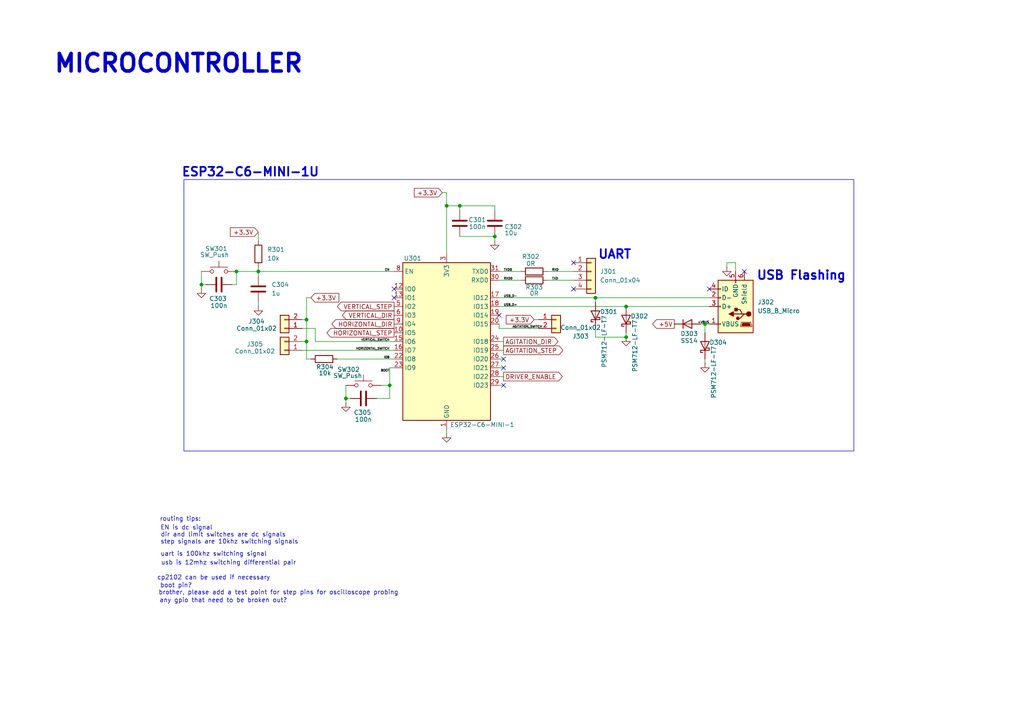
<source format=kicad_sch>
(kicad_sch (version 20250114) (generator "eeschema") (generator_version "9.0")
  (paper "A4")
  (lib_symbols
    (symbol "Connector:USB_B_Micro" (pin_names (offset 1.016))
      (property "Reference" "J" (at -5.08 11.43 0))
      (property "Value" "USB_B_Micro" (at -5.08 8.89 0))
      (symbol "USB_B_Micro_0_1"
        (rectangle (start -5.08 -7.62) (end 5.08 7.62) (stroke (width 0.254)) (fill (type background)))
        (polyline (pts (xy -4.699 5.842) (xy -4.699 5.588) (xy -4.445 4.826) (xy -4.445 4.572) (xy -1.651 4.572) (xy -1.651 4.826) (xy -1.397 5.588) (xy -1.397 5.842) (xy -4.699 5.842)))
        (polyline (pts (xy -4.318 5.588) (xy -1.778 5.588) (xy -2.032 4.826) (xy -4.064 4.826) (xy -4.318 5.588)) (fill (type outline)))
        (circle (center -3.81 2.159) (radius 0.635) (stroke (width 0.254)) (fill (type outline)))
        (polyline (pts (xy -3.175 2.159) (xy -2.54 2.159) (xy -1.27 3.429) (xy -0.635 3.429)) (stroke (width 0.254)))
        (polyline (pts (xy -2.54 2.159) (xy -1.905 2.159) (xy -1.27 0.889) (xy 0 0.889)) (stroke (width 0.254)))
        (polyline (pts (xy -1.905 2.159) (xy 0.635 2.159)) (stroke (width 0.254)))
        (circle (center -0.635 3.429) (radius 0.381) (stroke (width 0.254)) (fill (type outline)))
        (rectangle (start -0.127 -7.62) (end 0.127 -6.858))
        (rectangle (start 0.254 1.27) (end -0.508 0.508) (stroke (width 0.254)) (fill (type outline)))
        (polyline (pts (xy 0.635 2.794) (xy 0.635 1.524) (xy 1.905 2.159) (xy 0.635 2.794)) (stroke (width 0.254)) (fill (type outline)))
        (rectangle (start 5.08 4.953) (end 4.318 5.207))
        (rectangle (start 5.08 -0.127) (end 4.318 0.127))
        (rectangle (start 5.08 -2.667) (end 4.318 -2.413))
        (rectangle (start 5.08 -5.207) (end 4.318 -4.953))
      )
      (symbol "USB_B_Micro_1_1"
        (pin passive line (at -2.54 -10.16 90) (length 2.54) (name "Shield") (number "6"))
        (pin power_out line (at 0 -10.16 90) (length 2.54) (name "GND") (number "5"))
        (pin power_out line (at 7.62 5.08 180) (length 2.54) (name "VBUS") (number "1"))
        (pin bidirectional line (at 7.62 0 180) (length 2.54) (name "D+") (number "3"))
        (pin bidirectional line (at 7.62 -2.54 180) (length 2.54) (name "D-") (number "2"))
        (pin passive line (at 7.62 -5.08 180) (length 2.54) (name "ID") (number "4"))
      )
    )
    (symbol "Connector_Generic:Conn_01x02" (pin_names (offset 1.016) (hide yes))
      (property "Reference" "J" (at 0 2.54 0))
      (property "Value" "Conn_01x02" (at 0 -5.08 0))
      (symbol "Conn_01x02_1_1"
        (rectangle (start -1.27 1.27) (end 1.27 -3.81) (stroke (width 0.254)) (fill (type background)))
        (rectangle (start -1.27 0.127) (end 0 -0.127) (stroke (width 0.1524)))
        (rectangle (start -1.27 -2.413) (end 0 -2.667) (stroke (width 0.1524)))
        (pin passive line (at -5.08 0 0) (length 3.81) (name "Pin_1") (number "1"))
        (pin passive line (at -5.08 -2.54 0) (length 3.81) (name "Pin_2") (number "2"))
      )
    )
    (symbol "Connector_Generic:Conn_01x04" (pin_names (offset 1.016) (hide yes))
      (property "Reference" "J" (at 0 5.08 0))
      (property "Value" "Conn_01x04" (at 0 -7.62 0))
      (symbol "Conn_01x04_1_1"
        (rectangle (start -1.27 3.81) (end 1.27 -6.35) (stroke (width 0.254)) (fill (type background)))
        (rectangle (start -1.27 2.667) (end 0 2.413) (stroke (width 0.1524)))
        (rectangle (start -1.27 0.127) (end 0 -0.127) (stroke (width 0.1524)))
        (rectangle (start -1.27 -2.413) (end 0 -2.667) (stroke (width 0.1524)))
        (rectangle (start -1.27 -4.953) (end 0 -5.207) (stroke (width 0.1524)))
        (pin passive line (at -5.08 2.54 0) (length 3.81) (name "Pin_1") (number "1"))
        (pin passive line (at -5.08 0 0) (length 3.81) (name "Pin_2") (number "2"))
        (pin passive line (at -5.08 -2.54 0) (length 3.81) (name "Pin_3") (number "3"))
        (pin passive line (at -5.08 -5.08 0) (length 3.81) (name "Pin_4") (number "4"))
      )
    )
    (symbol "Device:C" (pin_numbers (hide yes)) (pin_names (offset 0.254))
      (property "Reference" "C" (at 0.635 2.54 0))
      (property "Value" "C" (at 0.635 -2.54 0))
      (symbol "C_0_1"
        (polyline (pts (xy -2.032 0.762) (xy 2.032 0.762)) (stroke (width 0.508)))
        (polyline (pts (xy -2.032 -0.762) (xy 2.032 -0.762)) (stroke (width 0.508)))
      )
      (symbol "C_1_1"
        (pin passive line (at 0 3.81 270) (length 2.794) (name "~") (number "1"))
        (pin passive line (at 0 -3.81 90) (length 2.794) (name "~") (number "2"))
      )
    )
    (symbol "Device:D" (pin_numbers (hide yes)) (pin_names (offset 1.016) (hide yes))
      (property "Reference" "D" (at 0 2.54 0))
      (property "Value" "D" (at 0 -2.54 0))
      (symbol "D_0_1"
        (polyline (pts (xy -1.27 1.27) (xy -1.27 -1.27)) (stroke (width 0.254)))
        (polyline (pts (xy 1.27 1.27) (xy 1.27 -1.27) (xy -1.27 0) (xy 1.27 1.27)) (stroke (width 0.254)))
        (polyline (pts (xy 1.27 0) (xy -1.27 0)))
      )
      (symbol "D_1_1"
        (pin passive line (at -3.81 0 0) (length 2.54) (name "K") (number "1"))
        (pin passive line (at 3.81 0 180) (length 2.54) (name "A") (number "2"))
      )
    )
    (symbol "Device:D_Schottky" (pin_numbers (hide yes)) (pin_names (offset 1.016) (hide yes))
      (property "Reference" "D" (at 0 2.54 0))
      (property "Value" "D_Schottky" (at 0 -2.54 0))
      (symbol "D_Schottky_0_1"
        (polyline (pts (xy -1.905 0.635) (xy -1.905 1.27) (xy -1.27 1.27) (xy -1.27 -1.27) (xy -0.635 -1.27) (xy -0.635 -0.635)) (stroke (width 0.254)))
        (polyline (pts (xy 1.27 1.27) (xy 1.27 -1.27) (xy -1.27 0) (xy 1.27 1.27)) (stroke (width 0.254)))
        (polyline (pts (xy 1.27 0) (xy -1.27 0)))
      )
      (symbol "D_Schottky_1_1"
        (pin passive line (at -3.81 0 0) (length 2.54) (name "K") (number "1"))
        (pin passive line (at 3.81 0 180) (length 2.54) (name "A") (number "2"))
      )
    )
    (symbol "Device:R" (pin_numbers (hide yes)) (pin_names (offset 0))
      (property "Reference" "R" (at 2.032 0 90))
      (property "Value" "R" (at 0 0 90))
      (symbol "R_0_1"
        (rectangle (start -1.016 -2.54) (end 1.016 2.54) (stroke (width 0.254)))
      )
      (symbol "R_1_1"
        (pin passive line (at 0 3.81 270) (length 1.27) (name "~") (number "1"))
        (pin passive line (at 0 -3.81 90) (length 1.27) (name "~") (number "2"))
      )
    )
    (symbol "RF_Module:ESP32-C6-MINI-1"
      (property "Reference" "U" (at -11.43 24.13 0))
      (property "Value" "ESP32-C6-MINI-1" (at 12.7 24.13 0))
      (symbol "ESP32-C6-MINI-1_0_1"
        (rectangle (start -12.7 22.86) (end 12.7 -22.86) (stroke (width 0.254)) (fill (type background)))
      )
      (symbol "ESP32-C6-MINI-1_1_1"
        (pin input line (at -15.24 20.32 0) (length 2.54) (name "EN") (number "8"))
        (pin bidirectional line (at -15.24 15.24 0) (length 2.54) (name "IO0") (number "12"))
        (pin bidirectional line (at -15.24 12.7 0) (length 2.54) (name "IO1") (number "13"))
        (pin bidirectional line (at -15.24 10.16 0) (length 2.54) (name "IO2") (number "5"))
        (pin bidirectional line (at -15.24 7.62 0) (length 2.54) (name "IO3") (number "6"))
        (pin bidirectional line (at -15.24 5.08 0) (length 2.54) (name "IO4") (number "9"))
        (pin bidirectional line (at -15.24 2.54 0) (length 2.54) (name "IO5") (number "10"))
        (pin bidirectional line (at -15.24 0 0) (length 2.54) (name "IO6") (number "15"))
        (pin bidirectional line (at -15.24 -2.54 0) (length 2.54) (name "IO7") (number "16"))
        (pin bidirectional line (at -15.24 -5.08 0) (length 2.54) (name "IO8") (number "22"))
        (pin bidirectional line (at -15.24 -7.62 0) (length 2.54) (name "IO9") (number "23"))
        (pin no_connect line (at -12.7 -12.7 0) (length 2.54) (hide yes) (name "NC") (number "32"))
        (pin no_connect line (at -12.7 -15.24 0) (length 2.54) (hide yes) (name "NC") (number "33"))
        (pin no_connect line (at -12.7 -17.78 0) (length 2.54) (hide yes) (name "NC") (number "34"))
        (pin no_connect line (at -12.7 -20.32 0) (length 2.54) (hide yes) (name "NC") (number "35"))
        (pin power_in line (at 0 25.4 270) (length 2.54) (name "3V3") (number "3"))
        (pin power_in line (at 0 -25.4 90) (length 2.54) (name "GND") (number "1"))
        (pin passive line (at 0 -25.4 90) (length 2.54) (hide yes) (name "GND") (number "11"))
        (pin passive line (at 0 -25.4 90) (length 2.54) (hide yes) (name "GND") (number "14"))
        (pin passive line (at 0 -25.4 90) (length 2.54) (hide yes) (name "GND") (number "2"))
        (pin passive line (at 0 -25.4 90) (length 2.54) (hide yes) (name "GND") (number "36"))
        (pin passive line (at 0 -25.4 90) (length 2.54) (hide yes) (name "GND") (number "37"))
        (pin passive line (at 0 -25.4 90) (length 2.54) (hide yes) (name "GND") (number "38"))
        (pin passive line (at 0 -25.4 90) (length 2.54) (hide yes) (name "GND") (number "39"))
        (pin passive line (at 0 -25.4 90) (length 2.54) (hide yes) (name "GND") (number "40"))
        (pin passive line (at 0 -25.4 90) (length 2.54) (hide yes) (name "GND") (number "41"))
        (pin passive line (at 0 -25.4 90) (length 2.54) (hide yes) (name "GND") (number "42"))
        (pin passive line (at 0 -25.4 90) (length 2.54) (hide yes) (name "GND") (number "43"))
        (pin passive line (at 0 -25.4 90) (length 2.54) (hide yes) (name "GND") (number "44"))
        (pin passive line (at 0 -25.4 90) (length 2.54) (hide yes) (name "GND") (number "45"))
        (pin passive line (at 0 -25.4 90) (length 2.54) (hide yes) (name "GND") (number "46"))
        (pin passive line (at 0 -25.4 90) (length 2.54) (hide yes) (name "GND") (number "47"))
        (pin passive line (at 0 -25.4 90) (length 2.54) (hide yes) (name "GND") (number "48"))
        (pin passive line (at 0 -25.4 90) (length 2.54) (hide yes) (name "GND") (number "49"))
        (pin passive line (at 0 -25.4 90) (length 2.54) (hide yes) (name "GND") (number "50"))
        (pin passive line (at 0 -25.4 90) (length 2.54) (hide yes) (name "GND") (number "51"))
        (pin passive line (at 0 -25.4 90) (length 2.54) (hide yes) (name "GND") (number "52"))
        (pin passive line (at 0 -25.4 90) (length 2.54) (hide yes) (name "GND") (number "53"))
        (pin no_connect line (at 12.7 -15.24 180) (length 2.54) (hide yes) (name "NC") (number "4"))
        (pin no_connect line (at 12.7 -17.78 180) (length 2.54) (hide yes) (name "NC") (number "7"))
        (pin no_connect line (at 12.7 -20.32 180) (length 2.54) (hide yes) (name "NC") (number "21"))
        (pin bidirectional line (at 15.24 20.32 180) (length 2.54) (name "TXD0") (number "31"))
        (pin bidirectional line (at 15.24 17.78 180) (length 2.54) (name "RXD0") (number "30"))
        (pin bidirectional line (at 15.24 12.7 180) (length 2.54) (name "IO12") (number "17"))
        (pin bidirectional line (at 15.24 10.16 180) (length 2.54) (name "IO13") (number "18"))
        (pin bidirectional line (at 15.24 7.62 180) (length 2.54) (name "IO14") (number "19"))
        (pin bidirectional line (at 15.24 5.08 180) (length 2.54) (name "IO15") (number "20"))
        (pin bidirectional line (at 15.24 0 180) (length 2.54) (name "IO18") (number "24"))
        (pin bidirectional line (at 15.24 -2.54 180) (length 2.54) (name "IO19") (number "25"))
        (pin bidirectional line (at 15.24 -5.08 180) (length 2.54) (name "IO20") (number "26"))
        (pin bidirectional line (at 15.24 -7.62 180) (length 2.54) (name "IO21") (number "27"))
        (pin bidirectional line (at 15.24 -10.16 180) (length 2.54) (name "IO22") (number "28"))
        (pin bidirectional line (at 15.24 -12.7 180) (length 2.54) (name "IO23") (number "29"))
      )
    )
    (symbol "Switch:SW_Push" (pin_numbers (hide yes)) (pin_names (offset 1.016) (hide yes))
      (property "Reference" "SW" (at 1.27 2.54 0))
      (property "Value" "SW_Push" (at 0 -1.524 0))
      (symbol "SW_Push_0_1"
        (circle (center -2.032 0) (radius 0.508))
        (polyline (pts (xy 0 1.27) (xy 0 3.048)))
        (circle (center 2.032 0) (radius 0.508))
        (polyline (pts (xy 2.54 1.27) (xy -2.54 1.27)))
        (pin passive line (at -5.08 0 0) (length 2.54) (name "1") (number "1"))
        (pin passive line (at 5.08 0 180) (length 2.54) (name "2") (number "2"))
      )
    )
    (symbol "power:GND" (power) (pin_numbers (hide yes)) (pin_names (offset 0) (hide yes))
      (property "Value" "GND" (at 0 -3.81 0))
      (symbol "GND_0_1"
        (polyline (pts (xy 0 0) (xy 0 -1.27) (xy 1.27 -1.27) (xy 0 -2.54) (xy -1.27 -1.27) (xy 0 -1.27)))
      )
      (symbol "GND_1_1"
        (pin power_in line (at 0 0 270) (length 0) (name "~") (number "1"))
      )
    )
  )
  (rectangle (start 53.34 52.07) (end 247.65 130.81))
  (text "MICROCONTROLLER" (at 51.816 18.542 0) (effects (font (size 5.08 5.08) (thickness 1.016) (bold yes))))
  (text "any gpio that need to be broken out?" (at 64.77 174.244 0) (effects (font (size 1.27 1.27))))
  (text "UART" (at 178.308 73.914 0) (effects (font (size 2.54 2.54) (thickness 0.508) (bold yes))))
  (text "dir and limit switches are dc signals" (at 64.77 155.194 0) (effects (font (size 1.27 1.27))))
  (text "cp2102 can be used if necessary" (at 61.976 167.64 0) (effects (font (size 1.27 1.27))))
  (text "USB Flashing" (at 232.41 80.01 0) (effects (font (size 2.54 2.54) (thickness 0.508) (bold yes))))
  (text "routing tips:" (at 52.324 150.622 0) (effects (font (size 1.27 1.27))))
  (text "ESP32-C6-MINI-1U" (at 72.644 50.038 0) (effects (font (size 2.54 2.54) (thickness 0.508) (bold yes))))
  (text "EN is dc signal" (at 54.102 153.162 0) (effects (font (size 1.27 1.27))))
  (text "step signals are 10khz switching signals" (at 66.548 157.226 0) (effects (font (size 1.27 1.27))))
  (text "boot pin?" (at 51.054 169.926 0) (effects (font (size 1.27 1.27))))
  (text "brother, please add a test point for step pins for oscilloscope probing" (at 80.772 171.958 0) (effects (font (size 1.27 1.27))))
  (text "usb is 12mhz switching differential pair" (at 66.294 163.322 0) (effects (font (size 1.27 1.27))))
  (text "uart is 100khz switching signal" (at 61.976 160.782 0) (effects (font (size 1.27 1.27))))
  (junction (at 58.42 82.55))
  (junction (at 172.72 86.36))
  (junction (at 204.47 93.98))
  (junction (at 133.35 59.69))
  (junction (at 88.9 99.06))
  (junction (at 181.61 97.79))
  (junction (at 88.9 92.71))
  (junction (at 129.54 59.69))
  (junction (at 143.51 68.58))
  (junction (at 181.61 88.9))
  (junction (at 113.03 111.76))
  (junction (at 68.58 78.74))
  (junction (at 74.93 78.74))
  (junction (at 100.33 115.57))
  (no_connect (at 146.05 106.68))
  (no_connect (at 166.37 76.2))
  (no_connect (at 114.3 83.82))
  (no_connect (at 215.9 78.74))
  (no_connect (at 144.78 91.44))
  (no_connect (at 146.05 104.14))
  (no_connect (at 146.05 111.76))
  (no_connect (at 205.74 83.82))
  (no_connect (at 166.37 83.82))
  (no_connect (at 114.3 86.36))
  (wire (pts (xy 67.31 82.55) (xy 68.58 82.55)))
  (wire (pts (xy 210.82 76.2) (xy 210.82 77.47)))
  (wire (pts (xy 87.63 99.06) (xy 88.9 99.06)))
  (wire (pts (xy 88.9 86.36) (xy 88.9 92.71)))
  (wire (pts (xy 113.03 111.76) (xy 113.03 115.57)))
  (wire (pts (xy 74.93 78.74) (xy 114.3 78.74)))
  (wire (pts (xy 158.75 81.28) (xy 166.37 81.28)))
  (wire (pts (xy 97.79 104.14) (xy 114.3 104.14)))
  (wire (pts (xy 88.9 104.14) (xy 88.9 99.06)))
  (wire (pts (xy 91.44 99.06) (xy 91.44 95.25)))
  (wire (pts (xy 129.54 55.88) (xy 129.54 59.69)))
  (wire (pts (xy 58.42 82.55) (xy 58.42 83.82)))
  (wire (pts (xy 144.78 95.25) (xy 156.21 95.25)))
  (wire (pts (xy 129.54 73.66) (xy 129.54 59.69)))
  (wire (pts (xy 114.3 106.68) (xy 113.03 106.68)))
  (wire (pts (xy 68.58 78.74) (xy 74.93 78.74)))
  (wire (pts (xy 144.78 101.6) (xy 146.05 101.6)))
  (wire (pts (xy 213.36 78.74) (xy 213.36 76.2)))
  (wire (pts (xy 204.47 93.98) (xy 204.47 96.52)))
  (wire (pts (xy 154.94 92.71) (xy 156.21 92.71)))
  (wire (pts (xy 172.72 86.36) (xy 205.74 86.36)))
  (wire (pts (xy 74.93 78.74) (xy 74.93 80.01)))
  (wire (pts (xy 87.63 92.71) (xy 88.9 92.71)))
  (wire (pts (xy 91.44 95.25) (xy 87.63 95.25)))
  (wire (pts (xy 144.78 106.68) (xy 146.05 106.68)))
  (wire (pts (xy 113.03 111.76) (xy 110.49 111.76)))
  (wire (pts (xy 144.78 99.06) (xy 146.05 99.06)))
  (wire (pts (xy 113.03 106.68) (xy 113.03 111.76)))
  (wire (pts (xy 143.51 60.96) (xy 143.51 59.69)))
  (wire (pts (xy 113.03 115.57) (xy 109.22 115.57)))
  (wire (pts (xy 144.78 78.74) (xy 151.13 78.74)))
  (wire (pts (xy 91.44 99.06) (xy 114.3 99.06)))
  (wire (pts (xy 213.36 76.2) (xy 210.82 76.2)))
  (wire (pts (xy 133.35 59.69) (xy 133.35 60.96)))
  (wire (pts (xy 172.72 97.79) (xy 181.61 97.79)))
  (wire (pts (xy 181.61 88.9) (xy 205.74 88.9)))
  (wire (pts (xy 74.93 77.47) (xy 74.93 78.74)))
  (wire (pts (xy 100.33 115.57) (xy 100.33 111.76)))
  (wire (pts (xy 59.69 82.55) (xy 58.42 82.55)))
  (wire (pts (xy 133.35 59.69) (xy 129.54 59.69)))
  (wire (pts (xy 74.93 67.31) (xy 74.93 69.85)))
  (wire (pts (xy 181.61 96.52) (xy 181.61 97.79)))
  (wire (pts (xy 143.51 59.69) (xy 133.35 59.69)))
  (wire (pts (xy 144.78 104.14) (xy 146.05 104.14)))
  (wire (pts (xy 129.54 124.46) (xy 129.54 125.73)))
  (wire (pts (xy 87.63 101.6) (xy 114.3 101.6)))
  (wire (pts (xy 204.47 93.98) (xy 205.74 93.98)))
  (wire (pts (xy 143.51 68.58) (xy 143.51 69.85)))
  (wire (pts (xy 101.6 115.57) (xy 100.33 115.57)))
  (wire (pts (xy 144.78 111.76) (xy 146.05 111.76)))
  (wire (pts (xy 128.27 55.88) (xy 129.54 55.88)))
  (wire (pts (xy 158.75 78.74) (xy 166.37 78.74)))
  (wire (pts (xy 88.9 104.14) (xy 90.17 104.14)))
  (wire (pts (xy 68.58 82.55) (xy 68.58 78.74)))
  (wire (pts (xy 74.93 87.63) (xy 74.93 88.9)))
  (wire (pts (xy 144.78 86.36) (xy 172.72 86.36)))
  (wire (pts (xy 88.9 86.36) (xy 90.17 86.36)))
  (wire (pts (xy 144.78 81.28) (xy 151.13 81.28)))
  (wire (pts (xy 172.72 95.25) (xy 172.72 97.79)))
  (wire (pts (xy 204.47 104.14) (xy 204.47 105.41)))
  (wire (pts (xy 144.78 109.22) (xy 146.05 109.22)))
  (wire (pts (xy 133.35 68.58) (xy 143.51 68.58)))
  (wire (pts (xy 144.78 88.9) (xy 181.61 88.9)))
  (wire (pts (xy 58.42 82.55) (xy 58.42 78.74)))
  (wire (pts (xy 203.2 93.98) (xy 204.47 93.98)))
  (wire (pts (xy 88.9 92.71) (xy 88.9 99.06)))
  (wire (pts (xy 144.78 93.98) (xy 144.78 95.25)))
  (wire (pts (xy 172.72 86.36) (xy 172.72 87.63)))
  (wire (pts (xy 100.33 115.57) (xy 100.33 116.84)))
  (label "AGITATION_SWITCH" (at 148.59 95.25 0) (effects (font (size 0.635 0.635))))
  (label "VERTICAL_SWITCH" (at 113.03 99.06 180) (effects (font (size 0.635 0.635))))
  (label "+VBUS" (at 205.74 93.98 180) (effects (font (size 0.635 0.635))))
  (label "USB_D+" (at 146.05 88.9 0) (effects (font (size 0.635 0.635))))
  (label "HORIZONTAL_SWITCH" (at 113.03 101.6 180) (effects (font (size 0.635 0.635))))
  (label "BOOT" (at 113.03 107.95 180) (effects (font (size 0.635 0.635))))
  (label "TXD0" (at 146.05 78.74 0) (effects (font (size 0.635 0.635))))
  (label "IO8" (at 113.03 104.14 180) (effects (font (size 0.635 0.635))))
  (label "RXD" (at 160.02 78.74 0) (effects (font (size 0.635 0.635))))
  (label "RXD0" (at 146.05 81.28 0) (effects (font (size 0.635 0.635))))
  (label "EN" (at 113.03 78.74 180) (effects (font (size 0.635 0.635))))
  (label "USB_D-" (at 146.05 86.36 0) (effects (font (size 0.635 0.635))))
  (label "TXD" (at 160.02 81.28 0) (effects (font (size 0.635 0.635))))
  (global_label "+3.3V" (shape input) (at 90.17 86.36 0) (property "Intersheetrefs" "${INTERSHEET_REFS}" (effects (hide yes))))
  (global_label "DRIVER_ENABLE" (shape output) (at 146.05 109.22 0) (property "Intersheetrefs" "${INTERSHEET_REFS}" (effects (hide yes))))
  (global_label "HORIZONTAL_DIR" (shape output) (at 114.3 93.98 180) (property "Intersheetrefs" "${INTERSHEET_REFS}" (effects (hide yes))))
  (global_label "+3.3V" (shape input) (at 128.27 55.88 180) (property "Intersheetrefs" "${INTERSHEET_REFS}" (effects (hide yes))))
  (global_label "HORIZONTAL_STEP" (shape output) (at 114.3 96.52 180) (property "Intersheetrefs" "${INTERSHEET_REFS}" (effects (hide yes))))
  (global_label "+3.3V" (shape input) (at 154.94 92.71 180) (property "Intersheetrefs" "${INTERSHEET_REFS}" (effects (hide yes))))
  (global_label "VERTICAL_DIR" (shape output) (at 114.3 91.44 180) (property "Intersheetrefs" "${INTERSHEET_REFS}" (effects (hide yes))))
  (global_label "AGITATION_STEP" (shape output) (at 146.05 101.6 0) (property "Intersheetrefs" "${INTERSHEET_REFS}" (effects (hide yes))))
  (global_label "AGITATION_DIR" (shape output) (at 146.05 99.06 0) (property "Intersheetrefs" "${INTERSHEET_REFS}" (effects (hide yes))))
  (global_label "+5V" (shape output) (at 195.58 93.98 180) (property "Intersheetrefs" "${INTERSHEET_REFS}" (effects (hide yes))))
  (global_label "VERTICAL_STEP" (shape output) (at 114.3 88.9 180) (property "Intersheetrefs" "${INTERSHEET_REFS}" (effects (hide yes))))
  (global_label "+3.3V" (shape input) (at 74.93 67.31 180) (property "Intersheetrefs" "${INTERSHEET_REFS}" (effects (hide yes))))
  (symbol (lib_id "Device:R") (at 154.94 78.74 90) (unit 1)
    (property "Reference" "R302" (at 153.924 74.422 90))
    (property "Value" "0R" (at 153.924 76.454 90))
    (property "Footprint" "Resistor_SMD:R_0603_1608Metric" (effects (hide yes)))
    (property "Description" "Resistor" (effects (hide yes)))
    (property "Manufacturer" "UNI-ROYAL(Uniroyal Elec)" (effects (hide yes)))
    (property "MPN" "0603WAF0000T5E" (effects (hide yes)))
    (property "LCSC Part Number" "C21189" (effects (hide yes)))
  )
  (symbol (lib_id "Device:C") (at 74.93 83.82 0) (unit 1)
    (property "Reference" "C304" (at 78.74 82.5499 0) (effects (justify left)))
    (property "Value" "1u" (at 78.74 85.0899 0) (effects (justify left)))
    (property "Footprint" "Capacitor_SMD:C_0402_1005Metric" (effects (hide yes)))
    (property "Description" "Unpolarized capacitor" (effects (hide yes)))
    (property "Manufacturer" "Samsung Electro-Mechanics" (effects (hide yes)))
    (property "MPN" "CL05A105KA5NQNC" (effects (hide yes)))
    (property "LCSC Part Number" "C52923" (effects (hide yes)))
  )
  (symbol (lib_id "Device:D_Schottky") (at 181.61 92.71 90) (unit 1)
    (property "Reference" "D302" (at 182.88 91.694 90) (effects (justify right)))
    (property "Value" "PSM712-LF-T7" (at 184.15 92.71 0) (effects (justify right)))
    (property "Footprint" "Package_TO_SOT_SMD:SOT-23" (effects (hide yes)))
    (property "Description" "Schottky diode" (effects (hide yes)))
    (property "Manufacturer" "ProTek Devices" (effects (hide yes)))
    (property "MPN" "PSM712-LF-T7" (effects (hide yes)))
    (property "LCSC Part Number" "C32677" (effects (hide yes)))
  )
  (symbol (lib_id "Device:R") (at 154.94 81.28 90) (unit 1)
    (property "Reference" "R303" (at 154.94 83.312 90))
    (property "Value" "0R" (at 154.94 85.09 90))
    (property "Footprint" "Resistor_SMD:R_0603_1608Metric" (effects (hide yes)))
    (property "Description" "Resistor" (effects (hide yes)))
    (property "Manufacturer" "UNI-ROYAL(Uniroyal Elec)" (effects (hide yes)))
    (property "MPN" "0603WAF0000T5E" (effects (hide yes)))
    (property "LCSC Part Number" "C21189" (effects (hide yes)))
  )
  (symbol (lib_id "power:GND") (at 210.82 77.47 0) (unit 1)
    (property "Reference" "#PWR0305" (effects (hide yes)))
    (property "Value" "GND" (effects (hide yes)))
    (property "Description" "Power symbol creates a global label with name \"GND\" , ground" (effects (hide yes)))
  )
  (symbol (lib_id "Device:C") (at 133.35 64.77 180) (unit 1)
    (property "Reference" "C301" (at 138.43 63.754 0))
    (property "Value" "100n" (at 138.43 65.786 0))
    (property "Footprint" "Capacitor_SMD:C_0402_1005Metric" (effects (hide yes)))
    (property "Description" "Unpolarized capacitor" (effects (hide yes)))
    (property "Manufacturer" "Samsung Electro-Mechanics" (effects (hide yes)))
    (property "MPN" "CL05B104KO5NNNC" (effects (hide yes)))
    (property "LCSC Part Number" "C1525" (effects (hide yes)))
  )
  (symbol (lib_id "power:GND") (at 204.47 105.41 0) (unit 1)
    (property "Reference" "#PWR0312" (effects (hide yes)))
    (property "Value" "GND" (effects (hide yes)))
    (property "Description" "Power symbol creates a global label with name \"GND\" , ground" (effects (hide yes)))
  )
  (symbol (lib_id "Switch:SW_Push") (at 105.41 111.76 0) (unit 1)
    (property "Reference" "SW302" (at 101.092 107.188 0))
    (property "Value" "SW_Push" (at 100.838 108.966 0))
    (property "Footprint" "Button_Switch_SMD:SW_Push_1P1T_XKB_TS-1187A" (effects (hide yes)))
    (property "Description" "Push button switch, generic, two pins" (effects (hide yes)))
    (property "Manufacturer" "XKB Connection" (effects (hide yes)))
    (property "MPN" "TS-1187A-B-A-B" (effects (hide yes)))
    (property "LCSC Part Number" "C318884" (effects (hide yes)))
  )
  (symbol (lib_id "Device:R") (at 74.93 73.66 0) (unit 1)
    (property "Reference" "R301" (at 77.47 72.3899 0) (effects (justify left)))
    (property "Value" "10k" (at 77.47 74.9299 0) (effects (justify left)))
    (property "Footprint" "Resistor_SMD:R_0603_1608Metric" (effects (hide yes)))
    (property "Description" "Resistor" (effects (hide yes)))
    (property "Manufacturer" "UNI-ROYAL(Uniroyal Elec)" (effects (hide yes)))
    (property "MPN" "0603WAF1002T5E" (effects (hide yes)))
    (property "LCSC Part Number" "C25804" (effects (hide yes)))
  )
  (symbol (lib_id "Connector_Generic:Conn_01x02") (at 82.55 95.25 180) (unit 1) (in_bom no)
    (property "Reference" "J304" (at 74.422 93.218 0))
    (property "Value" "Conn_01x02" (at 74.422 95.25 0))
    (property "Footprint" "Connector_PinHeader_2.54mm:PinHeader_1x02_P2.54mm_Vertical" (effects (hide yes)))
    (property "Description" "Generic connector, single row, 01x02, script generated (kicad-library-utils/schlib/autogen/connector/)" (effects (hide yes)))
  )
  (symbol (lib_id "Device:R") (at 93.98 104.14 90) (unit 1)
    (property "Reference" "R304" (at 94.234 106.426 90))
    (property "Value" "10k" (at 94.234 108.204 90))
    (property "Footprint" "Resistor_SMD:R_0603_1608Metric" (effects (hide yes)))
    (property "Description" "Resistor" (effects (hide yes)))
    (property "Manufacturer" "UNI-ROYAL(Uniroyal Elec)" (effects (hide yes)))
    (property "MPN" "0603WAF1002T5E" (effects (hide yes)))
    (property "LCSC Part Number" "C25804" (effects (hide yes)))
  )
  (symbol (lib_id "Device:C") (at 105.41 115.57 90) (unit 1)
    (property "Reference" "C305" (at 105.156 119.634 90))
    (property "Value" "100n" (at 105.41 121.666 90))
    (property "Footprint" "Capacitor_SMD:C_0402_1005Metric" (effects (hide yes)))
    (property "Description" "Unpolarized capacitor" (effects (hide yes)))
    (property "Manufacturer" "Samsung Electro-Mechanics" (effects (hide yes)))
    (property "MPN" "CL05B104KO5NNNC" (effects (hide yes)))
    (property "LCSC Part Number" "C1525" (effects (hide yes)))
  )
  (symbol (lib_id "Connector:USB_B_Micro") (at 213.36 88.9 180) (unit 1)
    (property "Reference" "J302" (at 219.71 87.6299 0) (effects (justify right)))
    (property "Value" "USB_B_Micro" (at 219.71 90.1699 0) (effects (justify right)))
    (property "Footprint" "Connector_USB:USB_Micro-B_Molex-105017-0001" (effects (hide yes)))
    (property "Description" "USB Micro Type B connector" (effects (hide yes)))
    (property "Manufacturer" "SHOU HAN" (effects (hide yes)))
    (property "MPN" "MicroXNJ" (effects (hide yes)))
    (property "LCSC Part Number" "C404969" (effects (hide yes)))
  )
  (symbol (lib_id "RF_Module:ESP32-C6-MINI-1") (at 129.54 99.06 0) (unit 1)
    (property "Reference" "U301" (at 117.094 74.93 0) (effects (justify left)))
    (property "Value" "ESP32-C6-MINI-1" (at 130.556 123.19 0) (effects (justify left)))
    (property "Footprint" "Espressif:ESP32-C6-MINI-1U" (effects (hide yes)))
    (property "Datasheet" "https://www.espressif.com/sites/default/files/documentation/esp32-c6-mini-1_mini-1u_datasheet_en.pdf" (effects (hide yes)))
    (property "Description" "RF Module, ESP32-C6 SoC, Wi-Fi 802.11b/g/n/ax, Bluetooth, BLE, Zigbee, Thread, 32-bit, 3.3V, SMD, onboard antenna" (effects (hide yes)))
    (property "Manufacturer" "Espressif Systems" (effects (hide yes)))
    (property "MPN" "ESP32-C6-MINI-1U-H4" (effects (hide yes)))
    (property "LCSC Part Number" "C20627095" (effects (hide yes)))
  )
  (symbol (lib_id "Device:D_Schottky") (at 172.72 91.44 90) (unit 1)
    (property "Reference" "D301" (at 173.99 90.424 90) (effects (justify right)))
    (property "Value" "PSM712-LF-T7" (at 175.26 91.44 0) (effects (justify right)))
    (property "Footprint" "Package_TO_SOT_SMD:SOT-23" (effects (hide yes)))
    (property "Description" "Schottky diode" (effects (hide yes)))
    (property "Manufacturer" "ProTek Devices" (effects (hide yes)))
    (property "MPN" "PSM712-LF-T7" (effects (hide yes)))
    (property "LCSC Part Number" "C32677" (effects (hide yes)))
  )
  (symbol (lib_id "Device:D_Schottky") (at 204.47 100.33 90) (unit 1)
    (property "Reference" "D304" (at 205.74 99.314 90) (effects (justify right)))
    (property "Value" "PSM712-LF-T7" (at 207.01 100.33 0) (effects (justify right)))
    (property "Footprint" "Package_TO_SOT_SMD:SOT-23" (effects (hide yes)))
    (property "Description" "Schottky diode" (effects (hide yes)))
    (property "Manufacturer" "ProTek Devices" (effects (hide yes)))
    (property "MPN" "PSM712-LF-T7" (effects (hide yes)))
    (property "LCSC Part Number" "C32677" (effects (hide yes)))
  )
  (symbol (lib_id "power:GND") (at 74.93 88.9 0) (unit 1)
    (property "Reference" "#PWR0308" (effects (hide yes)))
    (property "Value" "GND" (effects (hide yes)))
    (property "Description" "Power symbol creates a global label with name \"GND\" , ground" (effects (hide yes)))
  )
  (symbol (lib_id "power:GND") (at 58.42 83.82 0) (unit 1)
    (property "Reference" "#PWR0307" (effects (hide yes)))
    (property "Value" "GND" (effects (hide yes)))
    (property "Description" "Power symbol creates a global label with name \"GND\" , ground" (effects (hide yes)))
  )
  (symbol (lib_id "power:GND") (at 181.61 97.79 0) (unit 1)
    (property "Reference" "#PWR0311" (effects (hide yes)))
    (property "Value" "GND" (effects (hide yes)))
    (property "Description" "Power symbol creates a global label with name \"GND\" , ground" (effects (hide yes)))
  )
  (symbol (lib_id "Connector_Generic:Conn_01x02") (at 82.55 101.6 180) (unit 1) (in_bom no)
    (property "Reference" "J305" (at 73.914 99.822 0))
    (property "Value" "Conn_01x02" (at 73.914 101.854 0))
    (property "Footprint" "Connector_PinHeader_2.54mm:PinHeader_1x02_P2.54mm_Vertical" (effects (hide yes)))
    (property "Description" "Generic connector, single row, 01x02, script generated (kicad-library-utils/schlib/autogen/connector/)" (effects (hide yes)))
  )
  (symbol (lib_id "power:GND") (at 100.33 116.84 0) (unit 1)
    (property "Reference" "#PWR0313" (effects (hide yes)))
    (property "Value" "GND" (effects (hide yes)))
    (property "Description" "Power symbol creates a global label with name \"GND\" , ground" (effects (hide yes)))
  )
  (symbol (lib_id "power:GND") (at 143.51 69.85 0) (unit 1)
    (property "Reference" "#PWR0303" (effects (hide yes)))
    (property "Value" "GND" (effects (hide yes)))
    (property "Description" "Power symbol creates a global label with name \"GND\" , ground" (effects (hide yes)))
  )
  (symbol (lib_id "Device:D") (at 199.39 93.98 0) (unit 1)
    (property "Reference" "D303" (at 199.898 96.774 0))
    (property "Value" "SS14" (at 199.898 98.806 0))
    (property "Footprint" "Diode_SMD:D_SMA" (effects (hide yes)))
    (property "Description" "Diode" (effects (hide yes)))
    (property "Sim.Device" "D" (effects (hide yes)))
    (property "Sim.Pins" "1=K 2=A" (effects (hide yes)))
    (property "Manufacturer" "MDD(Microdiode Semiconductor)" (effects (hide yes)))
    (property "MPN" "SS14" (effects (hide yes)))
    (property "LCSC Part Number" "C2480" (effects (hide yes)))
  )
  (symbol (lib_id "Device:C") (at 143.51 64.77 0) (unit 1)
    (property "Reference" "C302" (at 146.304 65.786 0) (effects (justify left)))
    (property "Value" "10u" (at 146.304 67.564 0) (effects (justify left)))
    (property "Footprint" "Capacitor_SMD:C_0603_1608Metric" (effects (hide yes)))
    (property "Description" "Unpolarized capacitor" (effects (hide yes)))
    (property "Manufacturer" "Samsung Electro-Mechanics" (effects (hide yes)))
    (property "MPN" "CL10A106MA8NRNC" (effects (hide yes)))
    (property "LCSC Part Number" "C96446" (effects (hide yes)))
  )
  (symbol (lib_id "Connector_Generic:Conn_01x04") (at 171.45 78.74 0) (unit 1) (in_bom no)
    (property "Reference" "J301" (at 173.99 78.7399 0) (effects (justify left)))
    (property "Value" "Conn_01x04" (at 173.99 81.2799 0) (effects (justify left)))
    (property "Footprint" "Connector_PinHeader_2.54mm:PinHeader_1x04_P2.54mm_Vertical" (effects (hide yes)))
    (property "Description" "Generic connector, single row, 01x04, script generated (kicad-library-utils/schlib/autogen/connector/)" (effects (hide yes)))
  )
  (symbol (lib_id "Device:C") (at 63.5 82.55 90) (unit 1)
    (property "Reference" "C303" (at 63.246 86.614 90))
    (property "Value" "100n" (at 63.5 88.646 90))
    (property "Footprint" "Capacitor_SMD:C_0402_1005Metric" (effects (hide yes)))
    (property "Description" "Unpolarized capacitor" (effects (hide yes)))
    (property "Manufacturer" "Samsung Electro-Mechanics" (effects (hide yes)))
    (property "MPN" "CL05B104KO5NNNC" (effects (hide yes)))
    (property "LCSC Part Number" "C1525" (effects (hide yes)))
  )
  (symbol (lib_id "power:GND") (at 129.54 125.73 0) (unit 1)
    (property "Reference" "#PWR0314" (effects (hide yes)))
    (property "Value" "GND" (effects (hide yes)))
    (property "Description" "Power symbol creates a global label with name \"GND\" , ground" (effects (hide yes)))
  )
  (symbol (lib_id "Connector_Generic:Conn_01x02") (at 161.29 92.71 0) (unit 1) (in_bom no)
    (property "Reference" "J303" (at 168.402 97.536 0))
    (property "Value" "Conn_01x02" (at 168.402 94.996 0))
    (property "Footprint" "Connector_PinHeader_2.54mm:PinHeader_1x02_P2.54mm_Vertical" (effects (hide yes)))
    (property "Description" "Generic connector, single row, 01x02, script generated (kicad-library-utils/schlib/autogen/connector/)" (effects (hide yes)))
  )
  (symbol (lib_id "Switch:SW_Push") (at 63.5 78.74 0) (unit 1)
    (property "Reference" "SW301" (at 62.738 72.136 0))
    (property "Value" "SW_Push" (at 62.23 73.914 0))
    (property "Footprint" "Button_Switch_SMD:SW_Push_1P1T_XKB_TS-1187A" (effects (hide yes)))
    (property "Description" "Push button switch, generic, two pins" (effects (hide yes)))
    (property "Manufacturer" "XKB Connection" (effects (hide yes)))
    (property "MPN" "TS-1187A-B-A-B" (effects (hide yes)))
    (property "LCSC Part Number" "C318884" (effects (hide yes)))
  )
)
</source>
